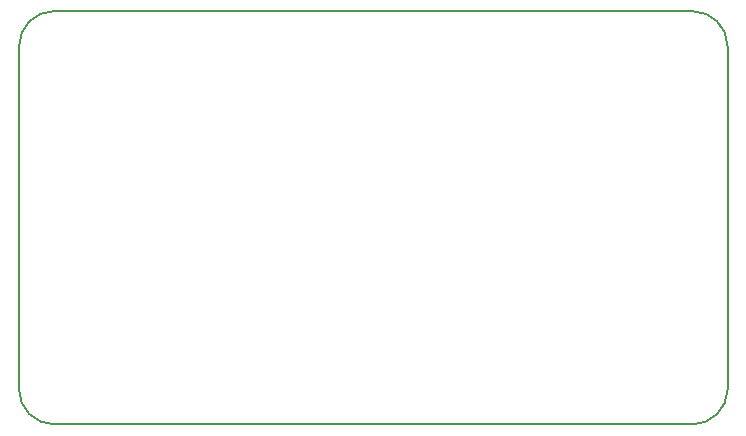
<source format=gbr>
%TF.GenerationSoftware,KiCad,Pcbnew,7.0.9*%
%TF.CreationDate,2023-12-10T21:37:23+08:00*%
%TF.ProjectId,E-Secnt Coach,452d5365-636e-4742-9043-6f6163682e6b,rev?*%
%TF.SameCoordinates,Original*%
%TF.FileFunction,Profile,NP*%
%FSLAX46Y46*%
G04 Gerber Fmt 4.6, Leading zero omitted, Abs format (unit mm)*
G04 Created by KiCad (PCBNEW 7.0.9) date 2023-12-10 21:37:23*
%MOMM*%
%LPD*%
G01*
G04 APERTURE LIST*
%TA.AperFunction,Profile*%
%ADD10C,0.200000*%
%TD*%
G04 APERTURE END LIST*
D10*
X167000000Y-72000000D02*
X167000000Y-72000000D01*
G75*
G02*
X170000000Y-75000000I0J-3000000D01*
G01*
X170000000Y-104000000D01*
G75*
G02*
X167000000Y-107000000I-3000000J0D01*
G01*
X113000000Y-107000000D01*
G75*
G02*
X110000000Y-104000000I0J3000000D01*
G01*
X110000000Y-75000000D01*
G75*
G02*
X113000000Y-72000000I3000000J0D01*
G01*
X167000000Y-72000000D01*
M02*

</source>
